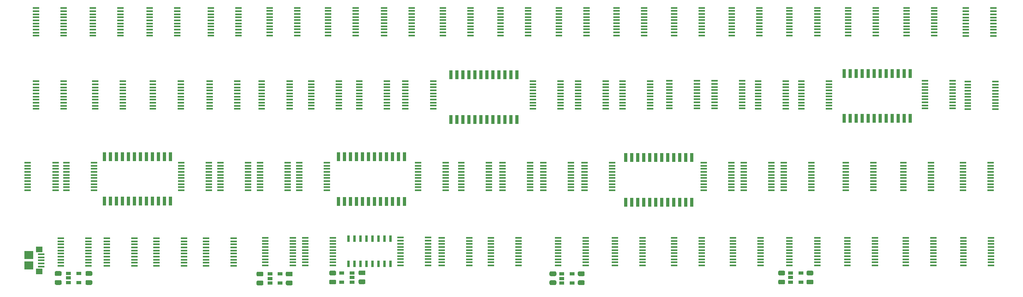
<source format=gbr>
%TF.GenerationSoftware,KiCad,Pcbnew,(5.1.10)-1*%
%TF.CreationDate,2022-03-07T16:55:32-05:00*%
%TF.ProjectId,ManySegmentDisplay,4d616e79-5365-4676-9d65-6e7444697370,rev?*%
%TF.SameCoordinates,Original*%
%TF.FileFunction,Paste,Bot*%
%TF.FilePolarity,Positive*%
%FSLAX46Y46*%
G04 Gerber Fmt 4.6, Leading zero omitted, Abs format (unit mm)*
G04 Created by KiCad (PCBNEW (5.1.10)-1) date 2022-03-07 16:55:32*
%MOMM*%
%LPD*%
G01*
G04 APERTURE LIST*
%ADD10R,1.454899X0.354800*%
%ADD11R,1.060000X0.650000*%
%ADD12R,1.450000X1.150000*%
%ADD13R,1.900000X1.750000*%
%ADD14R,1.400000X0.400000*%
%ADD15R,0.508000X1.409700*%
%ADD16R,0.700000X1.950000*%
G04 APERTURE END LIST*
D10*
%TO.C,LA52*%
X216155452Y-77235002D03*
X216155452Y-77885001D03*
X216155452Y-78535002D03*
X216155452Y-79185001D03*
X216155452Y-79835002D03*
X216155452Y-80485001D03*
X216155452Y-81135002D03*
X216155452Y-81785001D03*
X216155452Y-82435002D03*
X216155452Y-83085000D03*
X222004548Y-83084998D03*
X222004548Y-82434999D03*
X222004548Y-81784998D03*
X222004548Y-81134999D03*
X222004548Y-80484998D03*
X222004548Y-79834999D03*
X222004548Y-79185001D03*
X222004548Y-78534999D03*
X222004548Y-77885001D03*
X222004548Y-77235000D03*
%TD*%
%TO.C,LA23*%
X113705452Y-125960000D03*
X113705452Y-126609999D03*
X113705452Y-127260000D03*
X113705452Y-127909999D03*
X113705452Y-128560000D03*
X113705452Y-129209999D03*
X113705452Y-129860000D03*
X113705452Y-130509999D03*
X113705452Y-131160000D03*
X113705452Y-131809998D03*
X119554548Y-131809996D03*
X119554548Y-131159997D03*
X119554548Y-130509996D03*
X119554548Y-129859997D03*
X119554548Y-129209996D03*
X119554548Y-128559997D03*
X119554548Y-127909999D03*
X119554548Y-127259997D03*
X119554548Y-126609999D03*
X119554548Y-125959998D03*
%TD*%
%TO.C,LA8*%
X80705452Y-77285002D03*
X80705452Y-77935001D03*
X80705452Y-78585002D03*
X80705452Y-79235001D03*
X80705452Y-79885002D03*
X80705452Y-80535001D03*
X80705452Y-81185002D03*
X80705452Y-81835001D03*
X80705452Y-82485002D03*
X80705452Y-83135000D03*
X86554548Y-83134998D03*
X86554548Y-82484999D03*
X86554548Y-81834998D03*
X86554548Y-81184999D03*
X86554548Y-80534998D03*
X86554548Y-79884999D03*
X86554548Y-79235001D03*
X86554548Y-78584999D03*
X86554548Y-77935001D03*
X86554548Y-77285000D03*
%TD*%
D11*
%TO.C,U105*%
X218580000Y-135310000D03*
X218580000Y-133410000D03*
X216380000Y-133410000D03*
X216380000Y-134360000D03*
X216380000Y-135310000D03*
%TD*%
%TO.C,U104*%
X170180000Y-135510000D03*
X170180000Y-133610000D03*
X167980000Y-133610000D03*
X167980000Y-134560000D03*
X167980000Y-135510000D03*
%TD*%
%TO.C,U103*%
X108380000Y-135510000D03*
X108380000Y-133610000D03*
X106180000Y-133610000D03*
X106180000Y-134560000D03*
X106180000Y-135510000D03*
%TD*%
%TO.C,U102*%
X65730000Y-135410000D03*
X65730000Y-133510000D03*
X63530000Y-133510000D03*
X63530000Y-134460000D03*
X63530000Y-135410000D03*
%TD*%
%TO.C,U101*%
X121380000Y-133410000D03*
X121380000Y-135310000D03*
X123580000Y-135310000D03*
X123580000Y-134360000D03*
X123580000Y-133410000D03*
%TD*%
D10*
%TO.C,LA67*%
X252955452Y-125960000D03*
X252955452Y-126609999D03*
X252955452Y-127260000D03*
X252955452Y-127909999D03*
X252955452Y-128560000D03*
X252955452Y-129209999D03*
X252955452Y-129860000D03*
X252955452Y-130509999D03*
X252955452Y-131160000D03*
X252955452Y-131809998D03*
X258804548Y-131809996D03*
X258804548Y-131159997D03*
X258804548Y-130509996D03*
X258804548Y-129859997D03*
X258804548Y-129209996D03*
X258804548Y-128559997D03*
X258804548Y-127909999D03*
X258804548Y-127259997D03*
X258804548Y-126609999D03*
X258804548Y-125959998D03*
%TD*%
%TO.C,LA66*%
X252880000Y-110035002D03*
X252880000Y-110685001D03*
X252880000Y-111335002D03*
X252880000Y-111985001D03*
X252880000Y-112635002D03*
X252880000Y-113285001D03*
X252880000Y-113935002D03*
X252880000Y-114585001D03*
X252880000Y-115235002D03*
X252880000Y-115885000D03*
X258729096Y-115884998D03*
X258729096Y-115234999D03*
X258729096Y-114584998D03*
X258729096Y-113934999D03*
X258729096Y-113284998D03*
X258729096Y-112634999D03*
X258729096Y-111985001D03*
X258729096Y-111334999D03*
X258729096Y-110685001D03*
X258729096Y-110035000D03*
%TD*%
%TO.C,LA65*%
X253880000Y-92835002D03*
X253880000Y-93485001D03*
X253880000Y-94135002D03*
X253880000Y-94785001D03*
X253880000Y-95435002D03*
X253880000Y-96085001D03*
X253880000Y-96735002D03*
X253880000Y-97385001D03*
X253880000Y-98035002D03*
X253880000Y-98685000D03*
X259729096Y-98684998D03*
X259729096Y-98034999D03*
X259729096Y-97384998D03*
X259729096Y-96734999D03*
X259729096Y-96084998D03*
X259729096Y-95434999D03*
X259729096Y-94785001D03*
X259729096Y-94134999D03*
X259729096Y-93485001D03*
X259729096Y-92835000D03*
%TD*%
%TO.C,LA64*%
X253430904Y-77310001D03*
X253430904Y-77960000D03*
X253430904Y-78610001D03*
X253430904Y-79260000D03*
X253430904Y-79910001D03*
X253430904Y-80560000D03*
X253430904Y-81210001D03*
X253430904Y-81860000D03*
X253430904Y-82510001D03*
X253430904Y-83159999D03*
X259280000Y-83159997D03*
X259280000Y-82509998D03*
X259280000Y-81859997D03*
X259280000Y-81209998D03*
X259280000Y-80559997D03*
X259280000Y-79909998D03*
X259280000Y-79260000D03*
X259280000Y-78609998D03*
X259280000Y-77960000D03*
X259280000Y-77309999D03*
%TD*%
%TO.C,LA63*%
X240755452Y-125960000D03*
X240755452Y-126609999D03*
X240755452Y-127260000D03*
X240755452Y-127909999D03*
X240755452Y-128560000D03*
X240755452Y-129209999D03*
X240755452Y-129860000D03*
X240755452Y-130509999D03*
X240755452Y-131160000D03*
X240755452Y-131809998D03*
X246604548Y-131809996D03*
X246604548Y-131159997D03*
X246604548Y-130509996D03*
X246604548Y-129859997D03*
X246604548Y-129209996D03*
X246604548Y-128559997D03*
X246604548Y-127909999D03*
X246604548Y-127259997D03*
X246604548Y-126609999D03*
X246604548Y-125959998D03*
%TD*%
%TO.C,LA62*%
X240280000Y-110035002D03*
X240280000Y-110685001D03*
X240280000Y-111335002D03*
X240280000Y-111985001D03*
X240280000Y-112635002D03*
X240280000Y-113285001D03*
X240280000Y-113935002D03*
X240280000Y-114585001D03*
X240280000Y-115235002D03*
X240280000Y-115885000D03*
X246129096Y-115884998D03*
X246129096Y-115234999D03*
X246129096Y-114584998D03*
X246129096Y-113934999D03*
X246129096Y-113284998D03*
X246129096Y-112634999D03*
X246129096Y-111985001D03*
X246129096Y-111334999D03*
X246129096Y-110685001D03*
X246129096Y-110035000D03*
%TD*%
%TO.C,LA61*%
X244830904Y-92710001D03*
X244830904Y-93360000D03*
X244830904Y-94010001D03*
X244830904Y-94660000D03*
X244830904Y-95310001D03*
X244830904Y-95960000D03*
X244830904Y-96610001D03*
X244830904Y-97260000D03*
X244830904Y-97910001D03*
X244830904Y-98559999D03*
X250680000Y-98559997D03*
X250680000Y-97909998D03*
X250680000Y-97259997D03*
X250680000Y-96609998D03*
X250680000Y-95959997D03*
X250680000Y-95309998D03*
X250680000Y-94660000D03*
X250680000Y-94009998D03*
X250680000Y-93360000D03*
X250680000Y-92709999D03*
%TD*%
%TO.C,LA60*%
X240955452Y-77235002D03*
X240955452Y-77885001D03*
X240955452Y-78535002D03*
X240955452Y-79185001D03*
X240955452Y-79835002D03*
X240955452Y-80485001D03*
X240955452Y-81135002D03*
X240955452Y-81785001D03*
X240955452Y-82435002D03*
X240955452Y-83085000D03*
X246804548Y-83084998D03*
X246804548Y-82434999D03*
X246804548Y-81784998D03*
X246804548Y-81134999D03*
X246804548Y-80484998D03*
X246804548Y-79834999D03*
X246804548Y-79185001D03*
X246804548Y-78534999D03*
X246804548Y-77885001D03*
X246804548Y-77235000D03*
%TD*%
%TO.C,LA59*%
X228355452Y-125960000D03*
X228355452Y-126609999D03*
X228355452Y-127260000D03*
X228355452Y-127909999D03*
X228355452Y-128560000D03*
X228355452Y-129209999D03*
X228355452Y-129860000D03*
X228355452Y-130509999D03*
X228355452Y-131160000D03*
X228355452Y-131809998D03*
X234204548Y-131809996D03*
X234204548Y-131159997D03*
X234204548Y-130509996D03*
X234204548Y-129859997D03*
X234204548Y-129209996D03*
X234204548Y-128559997D03*
X234204548Y-127909999D03*
X234204548Y-127259997D03*
X234204548Y-126609999D03*
X234204548Y-125959998D03*
%TD*%
%TO.C,LA58*%
X228030904Y-110035002D03*
X228030904Y-110685001D03*
X228030904Y-111335002D03*
X228030904Y-111985001D03*
X228030904Y-112635002D03*
X228030904Y-113285001D03*
X228030904Y-113935002D03*
X228030904Y-114585001D03*
X228030904Y-115235002D03*
X228030904Y-115885000D03*
X233880000Y-115884998D03*
X233880000Y-115234999D03*
X233880000Y-114584998D03*
X233880000Y-113934999D03*
X233880000Y-113284998D03*
X233880000Y-112634999D03*
X233880000Y-111985001D03*
X233880000Y-111334999D03*
X233880000Y-110685001D03*
X233880000Y-110035000D03*
%TD*%
%TO.C,LA57*%
X218680000Y-92760000D03*
X218680000Y-93409999D03*
X218680000Y-94060000D03*
X218680000Y-94709999D03*
X218680000Y-95360000D03*
X218680000Y-96009999D03*
X218680000Y-96660000D03*
X218680000Y-97309999D03*
X218680000Y-97960000D03*
X218680000Y-98609998D03*
X224529096Y-98609996D03*
X224529096Y-97959997D03*
X224529096Y-97309996D03*
X224529096Y-96659997D03*
X224529096Y-96009996D03*
X224529096Y-95359997D03*
X224529096Y-94709999D03*
X224529096Y-94059997D03*
X224529096Y-93409999D03*
X224529096Y-92759998D03*
%TD*%
%TO.C,LA56*%
X228555452Y-77235002D03*
X228555452Y-77885001D03*
X228555452Y-78535002D03*
X228555452Y-79185001D03*
X228555452Y-79835002D03*
X228555452Y-80485001D03*
X228555452Y-81135002D03*
X228555452Y-81785001D03*
X228555452Y-82435002D03*
X228555452Y-83085000D03*
X234404548Y-83084998D03*
X234404548Y-82434999D03*
X234404548Y-81784998D03*
X234404548Y-81134999D03*
X234404548Y-80484998D03*
X234404548Y-79834999D03*
X234404548Y-79185001D03*
X234404548Y-78534999D03*
X234404548Y-77885001D03*
X234404548Y-77235000D03*
%TD*%
%TO.C,LA55*%
X216155452Y-125960000D03*
X216155452Y-126609999D03*
X216155452Y-127260000D03*
X216155452Y-127909999D03*
X216155452Y-128560000D03*
X216155452Y-129209999D03*
X216155452Y-129860000D03*
X216155452Y-130509999D03*
X216155452Y-131160000D03*
X216155452Y-131809998D03*
X222004548Y-131809996D03*
X222004548Y-131159997D03*
X222004548Y-130509996D03*
X222004548Y-129859997D03*
X222004548Y-129209996D03*
X222004548Y-128559997D03*
X222004548Y-127909999D03*
X222004548Y-127259997D03*
X222004548Y-126609999D03*
X222004548Y-125959998D03*
%TD*%
%TO.C,LA54*%
X214955452Y-110035002D03*
X214955452Y-110685001D03*
X214955452Y-111335002D03*
X214955452Y-111985001D03*
X214955452Y-112635002D03*
X214955452Y-113285001D03*
X214955452Y-113935002D03*
X214955452Y-114585001D03*
X214955452Y-115235002D03*
X214955452Y-115885000D03*
X220804548Y-115884998D03*
X220804548Y-115234999D03*
X220804548Y-114584998D03*
X220804548Y-113934999D03*
X220804548Y-113284998D03*
X220804548Y-112634999D03*
X220804548Y-111985001D03*
X220804548Y-111334999D03*
X220804548Y-110685001D03*
X220804548Y-110035000D03*
%TD*%
%TO.C,LA53*%
X209480000Y-92760000D03*
X209480000Y-93409999D03*
X209480000Y-94060000D03*
X209480000Y-94709999D03*
X209480000Y-95360000D03*
X209480000Y-96009999D03*
X209480000Y-96660000D03*
X209480000Y-97309999D03*
X209480000Y-97960000D03*
X209480000Y-98609998D03*
X215329096Y-98609996D03*
X215329096Y-97959997D03*
X215329096Y-97309996D03*
X215329096Y-96659997D03*
X215329096Y-96009996D03*
X215329096Y-95359997D03*
X215329096Y-94709999D03*
X215329096Y-94059997D03*
X215329096Y-93409999D03*
X215329096Y-92759998D03*
%TD*%
%TO.C,LA51*%
X204155452Y-125960000D03*
X204155452Y-126609999D03*
X204155452Y-127260000D03*
X204155452Y-127909999D03*
X204155452Y-128560000D03*
X204155452Y-129209999D03*
X204155452Y-129860000D03*
X204155452Y-130509999D03*
X204155452Y-131160000D03*
X204155452Y-131809998D03*
X210004548Y-131809996D03*
X210004548Y-131159997D03*
X210004548Y-130509996D03*
X210004548Y-129859997D03*
X210004548Y-129209996D03*
X210004548Y-128559997D03*
X210004548Y-127909999D03*
X210004548Y-127259997D03*
X210004548Y-126609999D03*
X210004548Y-125959998D03*
%TD*%
%TO.C,LA50*%
X206480000Y-110035002D03*
X206480000Y-110685001D03*
X206480000Y-111335002D03*
X206480000Y-111985001D03*
X206480000Y-112635002D03*
X206480000Y-113285001D03*
X206480000Y-113935002D03*
X206480000Y-114585001D03*
X206480000Y-115235002D03*
X206480000Y-115885000D03*
X212329096Y-115884998D03*
X212329096Y-115234999D03*
X212329096Y-114584998D03*
X212329096Y-113934999D03*
X212329096Y-113284998D03*
X212329096Y-112634999D03*
X212329096Y-111985001D03*
X212329096Y-111334999D03*
X212329096Y-110685001D03*
X212329096Y-110035000D03*
%TD*%
%TO.C,LA49*%
X200280000Y-92710002D03*
X200280000Y-93360001D03*
X200280000Y-94010002D03*
X200280000Y-94660001D03*
X200280000Y-95310002D03*
X200280000Y-95960001D03*
X200280000Y-96610002D03*
X200280000Y-97260001D03*
X200280000Y-97910002D03*
X200280000Y-98560000D03*
X206129096Y-98559998D03*
X206129096Y-97909999D03*
X206129096Y-97259998D03*
X206129096Y-96609999D03*
X206129096Y-95959998D03*
X206129096Y-95309999D03*
X206129096Y-94660001D03*
X206129096Y-94009999D03*
X206129096Y-93360001D03*
X206129096Y-92710000D03*
%TD*%
%TO.C,LA48*%
X203955452Y-77235002D03*
X203955452Y-77885001D03*
X203955452Y-78535002D03*
X203955452Y-79185001D03*
X203955452Y-79835002D03*
X203955452Y-80485001D03*
X203955452Y-81135002D03*
X203955452Y-81785001D03*
X203955452Y-82435002D03*
X203955452Y-83085000D03*
X209804548Y-83084998D03*
X209804548Y-82434999D03*
X209804548Y-81784998D03*
X209804548Y-81134999D03*
X209804548Y-80484998D03*
X209804548Y-79834999D03*
X209804548Y-79185001D03*
X209804548Y-78534999D03*
X209804548Y-77885001D03*
X209804548Y-77235000D03*
%TD*%
%TO.C,LA47*%
X191755452Y-125960000D03*
X191755452Y-126609999D03*
X191755452Y-127260000D03*
X191755452Y-127909999D03*
X191755452Y-128560000D03*
X191755452Y-129209999D03*
X191755452Y-129860000D03*
X191755452Y-130509999D03*
X191755452Y-131160000D03*
X191755452Y-131809998D03*
X197604548Y-131809996D03*
X197604548Y-131159997D03*
X197604548Y-130509996D03*
X197604548Y-129859997D03*
X197604548Y-129209996D03*
X197604548Y-128559997D03*
X197604548Y-127909999D03*
X197604548Y-127259997D03*
X197604548Y-126609999D03*
X197604548Y-125959998D03*
%TD*%
%TO.C,LA46*%
X198030904Y-110035002D03*
X198030904Y-110685001D03*
X198030904Y-111335002D03*
X198030904Y-111985001D03*
X198030904Y-112635002D03*
X198030904Y-113285001D03*
X198030904Y-113935002D03*
X198030904Y-114585001D03*
X198030904Y-115235002D03*
X198030904Y-115885000D03*
X203880000Y-115884998D03*
X203880000Y-115234999D03*
X203880000Y-114584998D03*
X203880000Y-113934999D03*
X203880000Y-113284998D03*
X203880000Y-112634999D03*
X203880000Y-111985001D03*
X203880000Y-111334999D03*
X203880000Y-110685001D03*
X203880000Y-110035000D03*
%TD*%
%TO.C,LA45*%
X190680000Y-92710002D03*
X190680000Y-93360001D03*
X190680000Y-94010002D03*
X190680000Y-94660001D03*
X190680000Y-95310002D03*
X190680000Y-95960001D03*
X190680000Y-96610002D03*
X190680000Y-97260001D03*
X190680000Y-97910002D03*
X190680000Y-98560000D03*
X196529096Y-98559998D03*
X196529096Y-97909999D03*
X196529096Y-97259998D03*
X196529096Y-96609999D03*
X196529096Y-95959998D03*
X196529096Y-95309999D03*
X196529096Y-94660001D03*
X196529096Y-94009999D03*
X196529096Y-93360001D03*
X196529096Y-92710000D03*
%TD*%
%TO.C,LA44*%
X191755452Y-77235002D03*
X191755452Y-77885001D03*
X191755452Y-78535002D03*
X191755452Y-79185001D03*
X191755452Y-79835002D03*
X191755452Y-80485001D03*
X191755452Y-81135002D03*
X191755452Y-81785001D03*
X191755452Y-82435002D03*
X191755452Y-83085000D03*
X197604548Y-83084998D03*
X197604548Y-82434999D03*
X197604548Y-81784998D03*
X197604548Y-81134999D03*
X197604548Y-80484998D03*
X197604548Y-79834999D03*
X197604548Y-79185001D03*
X197604548Y-78534999D03*
X197604548Y-77885001D03*
X197604548Y-77235000D03*
%TD*%
%TO.C,LA43*%
X179230904Y-125960000D03*
X179230904Y-126609999D03*
X179230904Y-127260000D03*
X179230904Y-127909999D03*
X179230904Y-128560000D03*
X179230904Y-129209999D03*
X179230904Y-129860000D03*
X179230904Y-130509999D03*
X179230904Y-131160000D03*
X179230904Y-131809998D03*
X185080000Y-131809996D03*
X185080000Y-131159997D03*
X185080000Y-130509996D03*
X185080000Y-129859997D03*
X185080000Y-129209996D03*
X185080000Y-128559997D03*
X185080000Y-127909999D03*
X185080000Y-127259997D03*
X185080000Y-126609999D03*
X185080000Y-125959998D03*
%TD*%
%TO.C,LA42*%
X172755452Y-110035002D03*
X172755452Y-110685001D03*
X172755452Y-111335002D03*
X172755452Y-111985001D03*
X172755452Y-112635002D03*
X172755452Y-113285001D03*
X172755452Y-113935002D03*
X172755452Y-114585001D03*
X172755452Y-115235002D03*
X172755452Y-115885000D03*
X178604548Y-115884998D03*
X178604548Y-115234999D03*
X178604548Y-114584998D03*
X178604548Y-113934999D03*
X178604548Y-113284998D03*
X178604548Y-112634999D03*
X178604548Y-111985001D03*
X178604548Y-111334999D03*
X178604548Y-110685001D03*
X178604548Y-110035000D03*
%TD*%
%TO.C,LA41*%
X180830904Y-92760002D03*
X180830904Y-93410001D03*
X180830904Y-94060002D03*
X180830904Y-94710001D03*
X180830904Y-95360002D03*
X180830904Y-96010001D03*
X180830904Y-96660002D03*
X180830904Y-97310001D03*
X180830904Y-97960002D03*
X180830904Y-98610000D03*
X186680000Y-98609998D03*
X186680000Y-97959999D03*
X186680000Y-97309998D03*
X186680000Y-96659999D03*
X186680000Y-96009998D03*
X186680000Y-95359999D03*
X186680000Y-94710001D03*
X186680000Y-94059999D03*
X186680000Y-93410001D03*
X186680000Y-92760000D03*
%TD*%
%TO.C,LA40*%
X179555452Y-77235002D03*
X179555452Y-77885001D03*
X179555452Y-78535002D03*
X179555452Y-79185001D03*
X179555452Y-79835002D03*
X179555452Y-80485001D03*
X179555452Y-81135002D03*
X179555452Y-81785001D03*
X179555452Y-82435002D03*
X179555452Y-83085000D03*
X185404548Y-83084998D03*
X185404548Y-82434999D03*
X185404548Y-81784998D03*
X185404548Y-81134999D03*
X185404548Y-80484998D03*
X185404548Y-79834999D03*
X185404548Y-79185001D03*
X185404548Y-78534999D03*
X185404548Y-77885001D03*
X185404548Y-77235000D03*
%TD*%
%TO.C,LA39*%
X167155452Y-125960000D03*
X167155452Y-126609999D03*
X167155452Y-127260000D03*
X167155452Y-127909999D03*
X167155452Y-128560000D03*
X167155452Y-129209999D03*
X167155452Y-129860000D03*
X167155452Y-130509999D03*
X167155452Y-131160000D03*
X167155452Y-131809998D03*
X173004548Y-131809996D03*
X173004548Y-131159997D03*
X173004548Y-130509996D03*
X173004548Y-129859997D03*
X173004548Y-129209996D03*
X173004548Y-128559997D03*
X173004548Y-127909999D03*
X173004548Y-127259997D03*
X173004548Y-126609999D03*
X173004548Y-125959998D03*
%TD*%
%TO.C,LA38*%
X164030904Y-110035002D03*
X164030904Y-110685001D03*
X164030904Y-111335002D03*
X164030904Y-111985001D03*
X164030904Y-112635002D03*
X164030904Y-113285001D03*
X164030904Y-113935002D03*
X164030904Y-114585001D03*
X164030904Y-115235002D03*
X164030904Y-115885000D03*
X169880000Y-115884998D03*
X169880000Y-115234999D03*
X169880000Y-114584998D03*
X169880000Y-113934999D03*
X169880000Y-113284998D03*
X169880000Y-112634999D03*
X169880000Y-111985001D03*
X169880000Y-111334999D03*
X169880000Y-110685001D03*
X169880000Y-110035000D03*
%TD*%
%TO.C,LA37*%
X171430904Y-92760000D03*
X171430904Y-93409999D03*
X171430904Y-94060000D03*
X171430904Y-94709999D03*
X171430904Y-95360000D03*
X171430904Y-96009999D03*
X171430904Y-96660000D03*
X171430904Y-97309999D03*
X171430904Y-97960000D03*
X171430904Y-98609998D03*
X177280000Y-98609996D03*
X177280000Y-97959997D03*
X177280000Y-97309996D03*
X177280000Y-96659997D03*
X177280000Y-96009996D03*
X177280000Y-95359997D03*
X177280000Y-94709999D03*
X177280000Y-94059997D03*
X177280000Y-93409999D03*
X177280000Y-92759998D03*
%TD*%
%TO.C,LA36*%
X167355452Y-77235002D03*
X167355452Y-77885001D03*
X167355452Y-78535002D03*
X167355452Y-79185001D03*
X167355452Y-79835002D03*
X167355452Y-80485001D03*
X167355452Y-81135002D03*
X167355452Y-81785001D03*
X167355452Y-82435002D03*
X167355452Y-83085000D03*
X173204548Y-83084998D03*
X173204548Y-82434999D03*
X173204548Y-81784998D03*
X173204548Y-81134999D03*
X173204548Y-80484998D03*
X173204548Y-79834999D03*
X173204548Y-79185001D03*
X173204548Y-78534999D03*
X173204548Y-77885001D03*
X173204548Y-77235000D03*
%TD*%
%TO.C,LA35*%
X152955452Y-125960000D03*
X152955452Y-126609999D03*
X152955452Y-127260000D03*
X152955452Y-127909999D03*
X152955452Y-128560000D03*
X152955452Y-129209999D03*
X152955452Y-129860000D03*
X152955452Y-130509999D03*
X152955452Y-131160000D03*
X152955452Y-131809998D03*
X158804548Y-131809996D03*
X158804548Y-131159997D03*
X158804548Y-130509996D03*
X158804548Y-129859997D03*
X158804548Y-129209996D03*
X158804548Y-128559997D03*
X158804548Y-127909999D03*
X158804548Y-127259997D03*
X158804548Y-126609999D03*
X158804548Y-125959998D03*
%TD*%
%TO.C,LA34*%
X155430904Y-110035002D03*
X155430904Y-110685001D03*
X155430904Y-111335002D03*
X155430904Y-111985001D03*
X155430904Y-112635002D03*
X155430904Y-113285001D03*
X155430904Y-113935002D03*
X155430904Y-114585001D03*
X155430904Y-115235002D03*
X155430904Y-115885000D03*
X161280000Y-115884998D03*
X161280000Y-115234999D03*
X161280000Y-114584998D03*
X161280000Y-113934999D03*
X161280000Y-113284998D03*
X161280000Y-112634999D03*
X161280000Y-111985001D03*
X161280000Y-111334999D03*
X161280000Y-110685001D03*
X161280000Y-110035000D03*
%TD*%
%TO.C,LA33*%
X161880000Y-92760002D03*
X161880000Y-93410001D03*
X161880000Y-94060002D03*
X161880000Y-94710001D03*
X161880000Y-95360002D03*
X161880000Y-96010001D03*
X161880000Y-96660002D03*
X161880000Y-97310001D03*
X161880000Y-97960002D03*
X161880000Y-98610000D03*
X167729096Y-98609998D03*
X167729096Y-97959999D03*
X167729096Y-97309998D03*
X167729096Y-96659999D03*
X167729096Y-96009998D03*
X167729096Y-95359999D03*
X167729096Y-94710001D03*
X167729096Y-94059999D03*
X167729096Y-93410001D03*
X167729096Y-92760000D03*
%TD*%
%TO.C,LA32*%
X154955452Y-77235002D03*
X154955452Y-77885001D03*
X154955452Y-78535002D03*
X154955452Y-79185001D03*
X154955452Y-79835002D03*
X154955452Y-80485001D03*
X154955452Y-81135002D03*
X154955452Y-81785001D03*
X154955452Y-82435002D03*
X154955452Y-83085000D03*
X160804548Y-83084998D03*
X160804548Y-82434999D03*
X160804548Y-81784998D03*
X160804548Y-81134999D03*
X160804548Y-80484998D03*
X160804548Y-79834999D03*
X160804548Y-79185001D03*
X160804548Y-78534999D03*
X160804548Y-77885001D03*
X160804548Y-77235000D03*
%TD*%
%TO.C,LA31*%
X142555452Y-125960000D03*
X142555452Y-126609999D03*
X142555452Y-127260000D03*
X142555452Y-127909999D03*
X142555452Y-128560000D03*
X142555452Y-129209999D03*
X142555452Y-129860000D03*
X142555452Y-130509999D03*
X142555452Y-131160000D03*
X142555452Y-131809998D03*
X148404548Y-131809996D03*
X148404548Y-131159997D03*
X148404548Y-130509996D03*
X148404548Y-129859997D03*
X148404548Y-129209996D03*
X148404548Y-128559997D03*
X148404548Y-127909999D03*
X148404548Y-127259997D03*
X148404548Y-126609999D03*
X148404548Y-125959998D03*
%TD*%
%TO.C,LA30*%
X146680000Y-110035002D03*
X146680000Y-110685001D03*
X146680000Y-111335002D03*
X146680000Y-111985001D03*
X146680000Y-112635002D03*
X146680000Y-113285001D03*
X146680000Y-113935002D03*
X146680000Y-114585001D03*
X146680000Y-115235002D03*
X146680000Y-115885000D03*
X152529096Y-115884998D03*
X152529096Y-115234999D03*
X152529096Y-114584998D03*
X152529096Y-113934999D03*
X152529096Y-113284998D03*
X152529096Y-112634999D03*
X152529096Y-111985001D03*
X152529096Y-111334999D03*
X152529096Y-110685001D03*
X152529096Y-110035000D03*
%TD*%
%TO.C,LA29*%
X134880000Y-92760000D03*
X134880000Y-93409999D03*
X134880000Y-94060000D03*
X134880000Y-94709999D03*
X134880000Y-95360000D03*
X134880000Y-96009999D03*
X134880000Y-96660000D03*
X134880000Y-97309999D03*
X134880000Y-97960000D03*
X134880000Y-98609998D03*
X140729096Y-98609996D03*
X140729096Y-97959997D03*
X140729096Y-97309996D03*
X140729096Y-96659997D03*
X140729096Y-96009996D03*
X140729096Y-95359997D03*
X140729096Y-94709999D03*
X140729096Y-94059997D03*
X140729096Y-93409999D03*
X140729096Y-92759998D03*
%TD*%
%TO.C,LA28*%
X142755452Y-77235002D03*
X142755452Y-77885001D03*
X142755452Y-78535002D03*
X142755452Y-79185001D03*
X142755452Y-79835002D03*
X142755452Y-80485001D03*
X142755452Y-81135002D03*
X142755452Y-81785001D03*
X142755452Y-82435002D03*
X142755452Y-83085000D03*
X148604548Y-83084998D03*
X148604548Y-82434999D03*
X148604548Y-81784998D03*
X148604548Y-81134999D03*
X148604548Y-80484998D03*
X148604548Y-79834999D03*
X148604548Y-79185001D03*
X148604548Y-78534999D03*
X148604548Y-77885001D03*
X148604548Y-77235000D03*
%TD*%
%TO.C,LA27*%
X133830904Y-125910001D03*
X133830904Y-126560000D03*
X133830904Y-127210001D03*
X133830904Y-127860000D03*
X133830904Y-128510001D03*
X133830904Y-129160000D03*
X133830904Y-129810001D03*
X133830904Y-130460000D03*
X133830904Y-131110001D03*
X133830904Y-131759999D03*
X139680000Y-131759997D03*
X139680000Y-131109998D03*
X139680000Y-130459997D03*
X139680000Y-129809998D03*
X139680000Y-129159997D03*
X139680000Y-128509998D03*
X139680000Y-127860000D03*
X139680000Y-127209998D03*
X139680000Y-126560000D03*
X139680000Y-125909999D03*
%TD*%
%TO.C,LA26*%
X137555452Y-110035002D03*
X137555452Y-110685001D03*
X137555452Y-111335002D03*
X137555452Y-111985001D03*
X137555452Y-112635002D03*
X137555452Y-113285001D03*
X137555452Y-113935002D03*
X137555452Y-114585001D03*
X137555452Y-115235002D03*
X137555452Y-115885000D03*
X143404548Y-115884998D03*
X143404548Y-115234999D03*
X143404548Y-114584998D03*
X143404548Y-113934999D03*
X143404548Y-113284998D03*
X143404548Y-112634999D03*
X143404548Y-111985001D03*
X143404548Y-111334999D03*
X143404548Y-110685001D03*
X143404548Y-110035000D03*
%TD*%
%TO.C,LA25*%
X125080000Y-92760000D03*
X125080000Y-93409999D03*
X125080000Y-94060000D03*
X125080000Y-94709999D03*
X125080000Y-95360000D03*
X125080000Y-96009999D03*
X125080000Y-96660000D03*
X125080000Y-97309999D03*
X125080000Y-97960000D03*
X125080000Y-98609998D03*
X130929096Y-98609996D03*
X130929096Y-97959997D03*
X130929096Y-97309996D03*
X130929096Y-96659997D03*
X130929096Y-96009996D03*
X130929096Y-95359997D03*
X130929096Y-94709999D03*
X130929096Y-94059997D03*
X130929096Y-93409999D03*
X130929096Y-92759998D03*
%TD*%
%TO.C,LA24*%
X130355452Y-77235002D03*
X130355452Y-77885001D03*
X130355452Y-78535002D03*
X130355452Y-79185001D03*
X130355452Y-79835002D03*
X130355452Y-80485001D03*
X130355452Y-81135002D03*
X130355452Y-81785001D03*
X130355452Y-82435002D03*
X130355452Y-83085000D03*
X136204548Y-83084998D03*
X136204548Y-82434999D03*
X136204548Y-81784998D03*
X136204548Y-81134999D03*
X136204548Y-80484998D03*
X136204548Y-79834999D03*
X136204548Y-79185001D03*
X136204548Y-78534999D03*
X136204548Y-77885001D03*
X136204548Y-77235000D03*
%TD*%
%TO.C,LA22*%
X112430904Y-110035002D03*
X112430904Y-110685001D03*
X112430904Y-111335002D03*
X112430904Y-111985001D03*
X112430904Y-112635002D03*
X112430904Y-113285001D03*
X112430904Y-113935002D03*
X112430904Y-114585001D03*
X112430904Y-115235002D03*
X112430904Y-115885000D03*
X118280000Y-115884998D03*
X118280000Y-115234999D03*
X118280000Y-114584998D03*
X118280000Y-113934999D03*
X118280000Y-113284998D03*
X118280000Y-112634999D03*
X118280000Y-111985001D03*
X118280000Y-111334999D03*
X118280000Y-110685001D03*
X118280000Y-110035000D03*
%TD*%
%TO.C,LA21*%
X114955452Y-92760000D03*
X114955452Y-93409999D03*
X114955452Y-94060000D03*
X114955452Y-94709999D03*
X114955452Y-95360000D03*
X114955452Y-96009999D03*
X114955452Y-96660000D03*
X114955452Y-97309999D03*
X114955452Y-97960000D03*
X114955452Y-98609998D03*
X120804548Y-98609996D03*
X120804548Y-97959997D03*
X120804548Y-97309996D03*
X120804548Y-96659997D03*
X120804548Y-96009996D03*
X120804548Y-95359997D03*
X120804548Y-94709999D03*
X120804548Y-94059997D03*
X120804548Y-93409999D03*
X120804548Y-92759998D03*
%TD*%
%TO.C,LA20*%
X118480000Y-77235002D03*
X118480000Y-77885001D03*
X118480000Y-78535002D03*
X118480000Y-79185001D03*
X118480000Y-79835002D03*
X118480000Y-80485001D03*
X118480000Y-81135002D03*
X118480000Y-81785001D03*
X118480000Y-82435002D03*
X118480000Y-83085000D03*
X124329096Y-83084998D03*
X124329096Y-82434999D03*
X124329096Y-81784998D03*
X124329096Y-81134999D03*
X124329096Y-80484998D03*
X124329096Y-79834999D03*
X124329096Y-79185001D03*
X124329096Y-78534999D03*
X124329096Y-77885001D03*
X124329096Y-77235000D03*
%TD*%
%TO.C,LA19*%
X105205452Y-125960000D03*
X105205452Y-126609999D03*
X105205452Y-127260000D03*
X105205452Y-127909999D03*
X105205452Y-128560000D03*
X105205452Y-129209999D03*
X105205452Y-129860000D03*
X105205452Y-130509999D03*
X105205452Y-131160000D03*
X105205452Y-131809998D03*
X111054548Y-131809996D03*
X111054548Y-131159997D03*
X111054548Y-130509996D03*
X111054548Y-129859997D03*
X111054548Y-129209996D03*
X111054548Y-128559997D03*
X111054548Y-127909999D03*
X111054548Y-127259997D03*
X111054548Y-126609999D03*
X111054548Y-125959998D03*
%TD*%
%TO.C,LA18*%
X104130000Y-110035002D03*
X104130000Y-110685001D03*
X104130000Y-111335002D03*
X104130000Y-111985001D03*
X104130000Y-112635002D03*
X104130000Y-113285001D03*
X104130000Y-113935002D03*
X104130000Y-114585001D03*
X104130000Y-115235002D03*
X104130000Y-115885000D03*
X109979096Y-115884998D03*
X109979096Y-115234999D03*
X109979096Y-114584998D03*
X109979096Y-113934999D03*
X109979096Y-113284998D03*
X109979096Y-112634999D03*
X109979096Y-111985001D03*
X109979096Y-111334999D03*
X109979096Y-110685001D03*
X109979096Y-110035000D03*
%TD*%
%TO.C,LA17*%
X104480000Y-92760000D03*
X104480000Y-93409999D03*
X104480000Y-94060000D03*
X104480000Y-94709999D03*
X104480000Y-95360000D03*
X104480000Y-96009999D03*
X104480000Y-96660000D03*
X104480000Y-97309999D03*
X104480000Y-97960000D03*
X104480000Y-98609998D03*
X110329096Y-98609996D03*
X110329096Y-97959997D03*
X110329096Y-97309996D03*
X110329096Y-96659997D03*
X110329096Y-96009996D03*
X110329096Y-95359997D03*
X110329096Y-94709999D03*
X110329096Y-94059997D03*
X110329096Y-93409999D03*
X110329096Y-92759998D03*
%TD*%
%TO.C,LA16*%
X106155452Y-77235002D03*
X106155452Y-77885001D03*
X106155452Y-78535002D03*
X106155452Y-79185001D03*
X106155452Y-79835002D03*
X106155452Y-80485001D03*
X106155452Y-81135002D03*
X106155452Y-81785001D03*
X106155452Y-82435002D03*
X106155452Y-83085000D03*
X112004548Y-83084998D03*
X112004548Y-82434999D03*
X112004548Y-81784998D03*
X112004548Y-81134999D03*
X112004548Y-80484998D03*
X112004548Y-79834999D03*
X112004548Y-79185001D03*
X112004548Y-78534999D03*
X112004548Y-77885001D03*
X112004548Y-77235000D03*
%TD*%
%TO.C,LA15*%
X92705452Y-126035002D03*
X92705452Y-126685001D03*
X92705452Y-127335002D03*
X92705452Y-127985001D03*
X92705452Y-128635002D03*
X92705452Y-129285001D03*
X92705452Y-129935002D03*
X92705452Y-130585001D03*
X92705452Y-131235002D03*
X92705452Y-131885000D03*
X98554548Y-131884998D03*
X98554548Y-131234999D03*
X98554548Y-130584998D03*
X98554548Y-129934999D03*
X98554548Y-129284998D03*
X98554548Y-128634999D03*
X98554548Y-127985001D03*
X98554548Y-127334999D03*
X98554548Y-126685001D03*
X98554548Y-126035000D03*
%TD*%
%TO.C,LA14*%
X95705452Y-110035002D03*
X95705452Y-110685001D03*
X95705452Y-111335002D03*
X95705452Y-111985001D03*
X95705452Y-112635002D03*
X95705452Y-113285001D03*
X95705452Y-113935002D03*
X95705452Y-114585001D03*
X95705452Y-115235002D03*
X95705452Y-115885000D03*
X101554548Y-115884998D03*
X101554548Y-115234999D03*
X101554548Y-114584998D03*
X101554548Y-113934999D03*
X101554548Y-113284998D03*
X101554548Y-112634999D03*
X101554548Y-111985001D03*
X101554548Y-111334999D03*
X101554548Y-110685001D03*
X101554548Y-110035000D03*
%TD*%
%TO.C,LA13*%
X93455452Y-92785002D03*
X93455452Y-93435001D03*
X93455452Y-94085002D03*
X93455452Y-94735001D03*
X93455452Y-95385002D03*
X93455452Y-96035001D03*
X93455452Y-96685002D03*
X93455452Y-97335001D03*
X93455452Y-97985002D03*
X93455452Y-98635000D03*
X99304548Y-98634998D03*
X99304548Y-97984999D03*
X99304548Y-97334998D03*
X99304548Y-96684999D03*
X99304548Y-96034998D03*
X99304548Y-95384999D03*
X99304548Y-94735001D03*
X99304548Y-94084999D03*
X99304548Y-93435001D03*
X99304548Y-92785000D03*
%TD*%
%TO.C,LA12*%
X93705452Y-77285002D03*
X93705452Y-77935001D03*
X93705452Y-78585002D03*
X93705452Y-79235001D03*
X93705452Y-79885002D03*
X93705452Y-80535001D03*
X93705452Y-81185002D03*
X93705452Y-81835001D03*
X93705452Y-82485002D03*
X93705452Y-83135000D03*
X99554548Y-83134998D03*
X99554548Y-82484999D03*
X99554548Y-81834998D03*
X99554548Y-81184999D03*
X99554548Y-80534998D03*
X99554548Y-79884999D03*
X99554548Y-79235001D03*
X99554548Y-78584999D03*
X99554548Y-77935001D03*
X99554548Y-77285000D03*
%TD*%
%TO.C,LA11*%
X82205452Y-126035002D03*
X82205452Y-126685001D03*
X82205452Y-127335002D03*
X82205452Y-127985001D03*
X82205452Y-128635002D03*
X82205452Y-129285001D03*
X82205452Y-129935002D03*
X82205452Y-130585001D03*
X82205452Y-131235002D03*
X82205452Y-131885000D03*
X88054548Y-131884998D03*
X88054548Y-131234999D03*
X88054548Y-130584998D03*
X88054548Y-129934999D03*
X88054548Y-129284998D03*
X88054548Y-128634999D03*
X88054548Y-127985001D03*
X88054548Y-127334999D03*
X88054548Y-126685001D03*
X88054548Y-126035000D03*
%TD*%
%TO.C,LA10*%
X87455452Y-110035002D03*
X87455452Y-110685001D03*
X87455452Y-111335002D03*
X87455452Y-111985001D03*
X87455452Y-112635002D03*
X87455452Y-113285001D03*
X87455452Y-113935002D03*
X87455452Y-114585001D03*
X87455452Y-115235002D03*
X87455452Y-115885000D03*
X93304548Y-115884998D03*
X93304548Y-115234999D03*
X93304548Y-114584998D03*
X93304548Y-113934999D03*
X93304548Y-113284998D03*
X93304548Y-112634999D03*
X93304548Y-111985001D03*
X93304548Y-111334999D03*
X93304548Y-110685001D03*
X93304548Y-110035000D03*
%TD*%
%TO.C,LA9*%
X81455452Y-92785002D03*
X81455452Y-93435001D03*
X81455452Y-94085002D03*
X81455452Y-94735001D03*
X81455452Y-95385002D03*
X81455452Y-96035001D03*
X81455452Y-96685002D03*
X81455452Y-97335001D03*
X81455452Y-97985002D03*
X81455452Y-98635000D03*
X87304548Y-98634998D03*
X87304548Y-97984999D03*
X87304548Y-97334998D03*
X87304548Y-96684999D03*
X87304548Y-96034998D03*
X87304548Y-95384999D03*
X87304548Y-94735001D03*
X87304548Y-94084999D03*
X87304548Y-93435001D03*
X87304548Y-92785000D03*
%TD*%
%TO.C,LA7*%
X71705452Y-126035002D03*
X71705452Y-126685001D03*
X71705452Y-127335002D03*
X71705452Y-127985001D03*
X71705452Y-128635002D03*
X71705452Y-129285001D03*
X71705452Y-129935002D03*
X71705452Y-130585001D03*
X71705452Y-131235002D03*
X71705452Y-131885000D03*
X77554548Y-131884998D03*
X77554548Y-131234999D03*
X77554548Y-130584998D03*
X77554548Y-129934999D03*
X77554548Y-129284998D03*
X77554548Y-128634999D03*
X77554548Y-127985001D03*
X77554548Y-127334999D03*
X77554548Y-126685001D03*
X77554548Y-126035000D03*
%TD*%
%TO.C,LA6*%
X68979096Y-110035000D03*
X68979096Y-110685001D03*
X68979096Y-111334999D03*
X68979096Y-111985001D03*
X68979096Y-112634999D03*
X68979096Y-113284998D03*
X68979096Y-113934999D03*
X68979096Y-114584998D03*
X68979096Y-115234999D03*
X68979096Y-115884998D03*
X63130000Y-115885000D03*
X63130000Y-115235002D03*
X63130000Y-114585001D03*
X63130000Y-113935002D03*
X63130000Y-113285001D03*
X63130000Y-112635002D03*
X63130000Y-111985001D03*
X63130000Y-111335002D03*
X63130000Y-110685001D03*
X63130000Y-110035002D03*
%TD*%
%TO.C,LA5*%
X69205452Y-92785002D03*
X69205452Y-93435001D03*
X69205452Y-94085002D03*
X69205452Y-94735001D03*
X69205452Y-95385002D03*
X69205452Y-96035001D03*
X69205452Y-96685002D03*
X69205452Y-97335001D03*
X69205452Y-97985002D03*
X69205452Y-98635000D03*
X75054548Y-98634998D03*
X75054548Y-97984999D03*
X75054548Y-97334998D03*
X75054548Y-96684999D03*
X75054548Y-96034998D03*
X75054548Y-95384999D03*
X75054548Y-94735001D03*
X75054548Y-94084999D03*
X75054548Y-93435001D03*
X75054548Y-92785000D03*
%TD*%
%TO.C,LA4*%
X68705452Y-77285002D03*
X68705452Y-77935001D03*
X68705452Y-78585002D03*
X68705452Y-79235001D03*
X68705452Y-79885002D03*
X68705452Y-80535001D03*
X68705452Y-81185002D03*
X68705452Y-81835001D03*
X68705452Y-82485002D03*
X68705452Y-83135000D03*
X74554548Y-83134998D03*
X74554548Y-82484999D03*
X74554548Y-81834998D03*
X74554548Y-81184999D03*
X74554548Y-80534998D03*
X74554548Y-79884999D03*
X74554548Y-79235001D03*
X74554548Y-78584999D03*
X74554548Y-77935001D03*
X74554548Y-77285000D03*
%TD*%
%TO.C,LA3*%
X61955452Y-126035002D03*
X61955452Y-126685001D03*
X61955452Y-127335002D03*
X61955452Y-127985001D03*
X61955452Y-128635002D03*
X61955452Y-129285001D03*
X61955452Y-129935002D03*
X61955452Y-130585001D03*
X61955452Y-131235002D03*
X61955452Y-131885000D03*
X67804548Y-131884998D03*
X67804548Y-131234999D03*
X67804548Y-130584998D03*
X67804548Y-129934999D03*
X67804548Y-129284998D03*
X67804548Y-128634999D03*
X67804548Y-127985001D03*
X67804548Y-127334999D03*
X67804548Y-126685001D03*
X67804548Y-126035000D03*
%TD*%
%TO.C,LA2*%
X54955452Y-110035002D03*
X54955452Y-110685001D03*
X54955452Y-111335002D03*
X54955452Y-111985001D03*
X54955452Y-112635002D03*
X54955452Y-113285001D03*
X54955452Y-113935002D03*
X54955452Y-114585001D03*
X54955452Y-115235002D03*
X54955452Y-115885000D03*
X60804548Y-115884998D03*
X60804548Y-115234999D03*
X60804548Y-114584998D03*
X60804548Y-113934999D03*
X60804548Y-113284998D03*
X60804548Y-112634999D03*
X60804548Y-111985001D03*
X60804548Y-111334999D03*
X60804548Y-110685001D03*
X60804548Y-110035000D03*
%TD*%
%TO.C,LA1*%
X56705452Y-92785002D03*
X56705452Y-93435001D03*
X56705452Y-94085002D03*
X56705452Y-94735001D03*
X56705452Y-95385002D03*
X56705452Y-96035001D03*
X56705452Y-96685002D03*
X56705452Y-97335001D03*
X56705452Y-97985002D03*
X56705452Y-98635000D03*
X62554548Y-98634998D03*
X62554548Y-97984999D03*
X62554548Y-97334998D03*
X62554548Y-96684999D03*
X62554548Y-96034998D03*
X62554548Y-95384999D03*
X62554548Y-94735001D03*
X62554548Y-94084999D03*
X62554548Y-93435001D03*
X62554548Y-92785000D03*
%TD*%
%TO.C,LA0*%
X56705452Y-77285002D03*
X56705452Y-77935001D03*
X56705452Y-78585002D03*
X56705452Y-79235001D03*
X56705452Y-79885002D03*
X56705452Y-80535001D03*
X56705452Y-81185002D03*
X56705452Y-81835001D03*
X56705452Y-82485002D03*
X56705452Y-83135000D03*
X62554548Y-83134998D03*
X62554548Y-82484999D03*
X62554548Y-81834998D03*
X62554548Y-81184999D03*
X62554548Y-80534998D03*
X62554548Y-79884999D03*
X62554548Y-79235001D03*
X62554548Y-78584999D03*
X62554548Y-77935001D03*
X62554548Y-77285000D03*
%TD*%
D12*
%TO.C,J3*%
X57410000Y-133030000D03*
X57410000Y-128390000D03*
D13*
X55180000Y-131835000D03*
D14*
X57830000Y-130710000D03*
X57830000Y-130060000D03*
X57830000Y-129410000D03*
X57830000Y-132010000D03*
X57830000Y-131360000D03*
D13*
X55180000Y-129585000D03*
%TD*%
D15*
%TO.C,IC5*%
X122790000Y-131481300D03*
X124060000Y-131481300D03*
X125330000Y-131481300D03*
X126600000Y-131481300D03*
X127870000Y-131481300D03*
X129140000Y-131481300D03*
X130410000Y-131481300D03*
X131680000Y-131481300D03*
X131680000Y-126160000D03*
X130410000Y-126160000D03*
X129140000Y-126160000D03*
X127870000Y-126160000D03*
X126600000Y-126160000D03*
X125330000Y-126160000D03*
X124060000Y-126160000D03*
X122790000Y-126160000D03*
%TD*%
D16*
%TO.C,IC4*%
X144495000Y-100885000D03*
X145765000Y-100885000D03*
X147035000Y-100885000D03*
X148305000Y-100885000D03*
X149575000Y-100885000D03*
X150845000Y-100885000D03*
X152115000Y-100885000D03*
X153385000Y-100885000D03*
X154655000Y-100885000D03*
X155925000Y-100885000D03*
X157195000Y-100885000D03*
X158465000Y-100885000D03*
X158465000Y-91435000D03*
X157195000Y-91435000D03*
X155925000Y-91435000D03*
X154655000Y-91435000D03*
X153385000Y-91435000D03*
X152115000Y-91435000D03*
X150845000Y-91435000D03*
X149575000Y-91435000D03*
X148305000Y-91435000D03*
X147035000Y-91435000D03*
X145765000Y-91435000D03*
X144495000Y-91435000D03*
%TD*%
%TO.C,IC3*%
X227680000Y-100610000D03*
X228950000Y-100610000D03*
X230220000Y-100610000D03*
X231490000Y-100610000D03*
X232760000Y-100610000D03*
X234030000Y-100610000D03*
X235300000Y-100610000D03*
X236570000Y-100610000D03*
X237840000Y-100610000D03*
X239110000Y-100610000D03*
X240380000Y-100610000D03*
X241650000Y-100610000D03*
X241650000Y-91160000D03*
X240380000Y-91160000D03*
X239110000Y-91160000D03*
X237840000Y-91160000D03*
X236570000Y-91160000D03*
X235300000Y-91160000D03*
X234030000Y-91160000D03*
X232760000Y-91160000D03*
X231490000Y-91160000D03*
X230220000Y-91160000D03*
X228950000Y-91160000D03*
X227680000Y-91160000D03*
%TD*%
%TO.C,IC2*%
X181450000Y-118410000D03*
X182720000Y-118410000D03*
X183990000Y-118410000D03*
X185260000Y-118410000D03*
X186530000Y-118410000D03*
X187800000Y-118410000D03*
X189070000Y-118410000D03*
X190340000Y-118410000D03*
X191610000Y-118410000D03*
X192880000Y-118410000D03*
X194150000Y-118410000D03*
X195420000Y-118410000D03*
X195420000Y-108960000D03*
X194150000Y-108960000D03*
X192880000Y-108960000D03*
X191610000Y-108960000D03*
X190340000Y-108960000D03*
X189070000Y-108960000D03*
X187800000Y-108960000D03*
X186530000Y-108960000D03*
X185260000Y-108960000D03*
X183990000Y-108960000D03*
X182720000Y-108960000D03*
X181450000Y-108960000D03*
%TD*%
%TO.C,IC1*%
X120710000Y-118210000D03*
X121980000Y-118210000D03*
X123250000Y-118210000D03*
X124520000Y-118210000D03*
X125790000Y-118210000D03*
X127060000Y-118210000D03*
X128330000Y-118210000D03*
X129600000Y-118210000D03*
X130870000Y-118210000D03*
X132140000Y-118210000D03*
X133410000Y-118210000D03*
X134680000Y-118210000D03*
X134680000Y-108760000D03*
X133410000Y-108760000D03*
X132140000Y-108760000D03*
X130870000Y-108760000D03*
X129600000Y-108760000D03*
X128330000Y-108760000D03*
X127060000Y-108760000D03*
X125790000Y-108760000D03*
X124520000Y-108760000D03*
X123250000Y-108760000D03*
X121980000Y-108760000D03*
X120710000Y-108760000D03*
%TD*%
%TO.C,IC0*%
X71145000Y-118185000D03*
X72415000Y-118185000D03*
X73685000Y-118185000D03*
X74955000Y-118185000D03*
X76225000Y-118185000D03*
X77495000Y-118185000D03*
X78765000Y-118185000D03*
X80035000Y-118185000D03*
X81305000Y-118185000D03*
X82575000Y-118185000D03*
X83845000Y-118185000D03*
X85115000Y-118185000D03*
X85115000Y-108735000D03*
X83845000Y-108735000D03*
X82575000Y-108735000D03*
X81305000Y-108735000D03*
X80035000Y-108735000D03*
X78765000Y-108735000D03*
X77495000Y-108735000D03*
X76225000Y-108735000D03*
X74955000Y-108735000D03*
X73685000Y-108735000D03*
X72415000Y-108735000D03*
X71145000Y-108735000D03*
%TD*%
%TO.C,C10*%
G36*
G01*
X220955000Y-133910000D02*
X220005000Y-133910000D01*
G75*
G02*
X219755000Y-133660000I0J250000D01*
G01*
X219755000Y-133160000D01*
G75*
G02*
X220005000Y-132910000I250000J0D01*
G01*
X220955000Y-132910000D01*
G75*
G02*
X221205000Y-133160000I0J-250000D01*
G01*
X221205000Y-133660000D01*
G75*
G02*
X220955000Y-133910000I-250000J0D01*
G01*
G37*
G36*
G01*
X220955000Y-135810000D02*
X220005000Y-135810000D01*
G75*
G02*
X219755000Y-135560000I0J250000D01*
G01*
X219755000Y-135060000D01*
G75*
G02*
X220005000Y-134810000I250000J0D01*
G01*
X220955000Y-134810000D01*
G75*
G02*
X221205000Y-135060000I0J-250000D01*
G01*
X221205000Y-135560000D01*
G75*
G02*
X220955000Y-135810000I-250000J0D01*
G01*
G37*
%TD*%
%TO.C,C9*%
G36*
G01*
X214955000Y-133910000D02*
X214005000Y-133910000D01*
G75*
G02*
X213755000Y-133660000I0J250000D01*
G01*
X213755000Y-133160000D01*
G75*
G02*
X214005000Y-132910000I250000J0D01*
G01*
X214955000Y-132910000D01*
G75*
G02*
X215205000Y-133160000I0J-250000D01*
G01*
X215205000Y-133660000D01*
G75*
G02*
X214955000Y-133910000I-250000J0D01*
G01*
G37*
G36*
G01*
X214955000Y-135810000D02*
X214005000Y-135810000D01*
G75*
G02*
X213755000Y-135560000I0J250000D01*
G01*
X213755000Y-135060000D01*
G75*
G02*
X214005000Y-134810000I250000J0D01*
G01*
X214955000Y-134810000D01*
G75*
G02*
X215205000Y-135060000I0J-250000D01*
G01*
X215205000Y-135560000D01*
G75*
G02*
X214955000Y-135810000I-250000J0D01*
G01*
G37*
%TD*%
%TO.C,C8*%
G36*
G01*
X172555000Y-134060000D02*
X171605000Y-134060000D01*
G75*
G02*
X171355000Y-133810000I0J250000D01*
G01*
X171355000Y-133310000D01*
G75*
G02*
X171605000Y-133060000I250000J0D01*
G01*
X172555000Y-133060000D01*
G75*
G02*
X172805000Y-133310000I0J-250000D01*
G01*
X172805000Y-133810000D01*
G75*
G02*
X172555000Y-134060000I-250000J0D01*
G01*
G37*
G36*
G01*
X172555000Y-135960000D02*
X171605000Y-135960000D01*
G75*
G02*
X171355000Y-135710000I0J250000D01*
G01*
X171355000Y-135210000D01*
G75*
G02*
X171605000Y-134960000I250000J0D01*
G01*
X172555000Y-134960000D01*
G75*
G02*
X172805000Y-135210000I0J-250000D01*
G01*
X172805000Y-135710000D01*
G75*
G02*
X172555000Y-135960000I-250000J0D01*
G01*
G37*
%TD*%
%TO.C,C7*%
G36*
G01*
X166555000Y-134060000D02*
X165605000Y-134060000D01*
G75*
G02*
X165355000Y-133810000I0J250000D01*
G01*
X165355000Y-133310000D01*
G75*
G02*
X165605000Y-133060000I250000J0D01*
G01*
X166555000Y-133060000D01*
G75*
G02*
X166805000Y-133310000I0J-250000D01*
G01*
X166805000Y-133810000D01*
G75*
G02*
X166555000Y-134060000I-250000J0D01*
G01*
G37*
G36*
G01*
X166555000Y-135960000D02*
X165605000Y-135960000D01*
G75*
G02*
X165355000Y-135710000I0J250000D01*
G01*
X165355000Y-135210000D01*
G75*
G02*
X165605000Y-134960000I250000J0D01*
G01*
X166555000Y-134960000D01*
G75*
G02*
X166805000Y-135210000I0J-250000D01*
G01*
X166805000Y-135710000D01*
G75*
G02*
X166555000Y-135960000I-250000J0D01*
G01*
G37*
%TD*%
%TO.C,C6*%
G36*
G01*
X110755000Y-134110000D02*
X109805000Y-134110000D01*
G75*
G02*
X109555000Y-133860000I0J250000D01*
G01*
X109555000Y-133360000D01*
G75*
G02*
X109805000Y-133110000I250000J0D01*
G01*
X110755000Y-133110000D01*
G75*
G02*
X111005000Y-133360000I0J-250000D01*
G01*
X111005000Y-133860000D01*
G75*
G02*
X110755000Y-134110000I-250000J0D01*
G01*
G37*
G36*
G01*
X110755000Y-136010000D02*
X109805000Y-136010000D01*
G75*
G02*
X109555000Y-135760000I0J250000D01*
G01*
X109555000Y-135260000D01*
G75*
G02*
X109805000Y-135010000I250000J0D01*
G01*
X110755000Y-135010000D01*
G75*
G02*
X111005000Y-135260000I0J-250000D01*
G01*
X111005000Y-135760000D01*
G75*
G02*
X110755000Y-136010000I-250000J0D01*
G01*
G37*
%TD*%
%TO.C,C5*%
G36*
G01*
X104555000Y-134110000D02*
X103605000Y-134110000D01*
G75*
G02*
X103355000Y-133860000I0J250000D01*
G01*
X103355000Y-133360000D01*
G75*
G02*
X103605000Y-133110000I250000J0D01*
G01*
X104555000Y-133110000D01*
G75*
G02*
X104805000Y-133360000I0J-250000D01*
G01*
X104805000Y-133860000D01*
G75*
G02*
X104555000Y-134110000I-250000J0D01*
G01*
G37*
G36*
G01*
X104555000Y-136010000D02*
X103605000Y-136010000D01*
G75*
G02*
X103355000Y-135760000I0J250000D01*
G01*
X103355000Y-135260000D01*
G75*
G02*
X103605000Y-135010000I250000J0D01*
G01*
X104555000Y-135010000D01*
G75*
G02*
X104805000Y-135260000I0J-250000D01*
G01*
X104805000Y-135760000D01*
G75*
G02*
X104555000Y-136010000I-250000J0D01*
G01*
G37*
%TD*%
%TO.C,C4*%
G36*
G01*
X68355000Y-134010000D02*
X67405000Y-134010000D01*
G75*
G02*
X67155000Y-133760000I0J250000D01*
G01*
X67155000Y-133260000D01*
G75*
G02*
X67405000Y-133010000I250000J0D01*
G01*
X68355000Y-133010000D01*
G75*
G02*
X68605000Y-133260000I0J-250000D01*
G01*
X68605000Y-133760000D01*
G75*
G02*
X68355000Y-134010000I-250000J0D01*
G01*
G37*
G36*
G01*
X68355000Y-135910000D02*
X67405000Y-135910000D01*
G75*
G02*
X67155000Y-135660000I0J250000D01*
G01*
X67155000Y-135160000D01*
G75*
G02*
X67405000Y-134910000I250000J0D01*
G01*
X68355000Y-134910000D01*
G75*
G02*
X68605000Y-135160000I0J-250000D01*
G01*
X68605000Y-135660000D01*
G75*
G02*
X68355000Y-135910000I-250000J0D01*
G01*
G37*
%TD*%
%TO.C,C3*%
G36*
G01*
X61855000Y-134010000D02*
X60905000Y-134010000D01*
G75*
G02*
X60655000Y-133760000I0J250000D01*
G01*
X60655000Y-133260000D01*
G75*
G02*
X60905000Y-133010000I250000J0D01*
G01*
X61855000Y-133010000D01*
G75*
G02*
X62105000Y-133260000I0J-250000D01*
G01*
X62105000Y-133760000D01*
G75*
G02*
X61855000Y-134010000I-250000J0D01*
G01*
G37*
G36*
G01*
X61855000Y-135910000D02*
X60905000Y-135910000D01*
G75*
G02*
X60655000Y-135660000I0J250000D01*
G01*
X60655000Y-135160000D01*
G75*
G02*
X60905000Y-134910000I250000J0D01*
G01*
X61855000Y-134910000D01*
G75*
G02*
X62105000Y-135160000I0J-250000D01*
G01*
X62105000Y-135660000D01*
G75*
G02*
X61855000Y-135910000I-250000J0D01*
G01*
G37*
%TD*%
%TO.C,C2*%
G36*
G01*
X119005000Y-134810000D02*
X119955000Y-134810000D01*
G75*
G02*
X120205000Y-135060000I0J-250000D01*
G01*
X120205000Y-135560000D01*
G75*
G02*
X119955000Y-135810000I-250000J0D01*
G01*
X119005000Y-135810000D01*
G75*
G02*
X118755000Y-135560000I0J250000D01*
G01*
X118755000Y-135060000D01*
G75*
G02*
X119005000Y-134810000I250000J0D01*
G01*
G37*
G36*
G01*
X119005000Y-132910000D02*
X119955000Y-132910000D01*
G75*
G02*
X120205000Y-133160000I0J-250000D01*
G01*
X120205000Y-133660000D01*
G75*
G02*
X119955000Y-133910000I-250000J0D01*
G01*
X119005000Y-133910000D01*
G75*
G02*
X118755000Y-133660000I0J250000D01*
G01*
X118755000Y-133160000D01*
G75*
G02*
X119005000Y-132910000I250000J0D01*
G01*
G37*
%TD*%
%TO.C,C1*%
G36*
G01*
X125205000Y-134760000D02*
X126155000Y-134760000D01*
G75*
G02*
X126405000Y-135010000I0J-250000D01*
G01*
X126405000Y-135510000D01*
G75*
G02*
X126155000Y-135760000I-250000J0D01*
G01*
X125205000Y-135760000D01*
G75*
G02*
X124955000Y-135510000I0J250000D01*
G01*
X124955000Y-135010000D01*
G75*
G02*
X125205000Y-134760000I250000J0D01*
G01*
G37*
G36*
G01*
X125205000Y-132860000D02*
X126155000Y-132860000D01*
G75*
G02*
X126405000Y-133110000I0J-250000D01*
G01*
X126405000Y-133610000D01*
G75*
G02*
X126155000Y-133860000I-250000J0D01*
G01*
X125205000Y-133860000D01*
G75*
G02*
X124955000Y-133610000I0J250000D01*
G01*
X124955000Y-133110000D01*
G75*
G02*
X125205000Y-132860000I250000J0D01*
G01*
G37*
%TD*%
M02*

</source>
